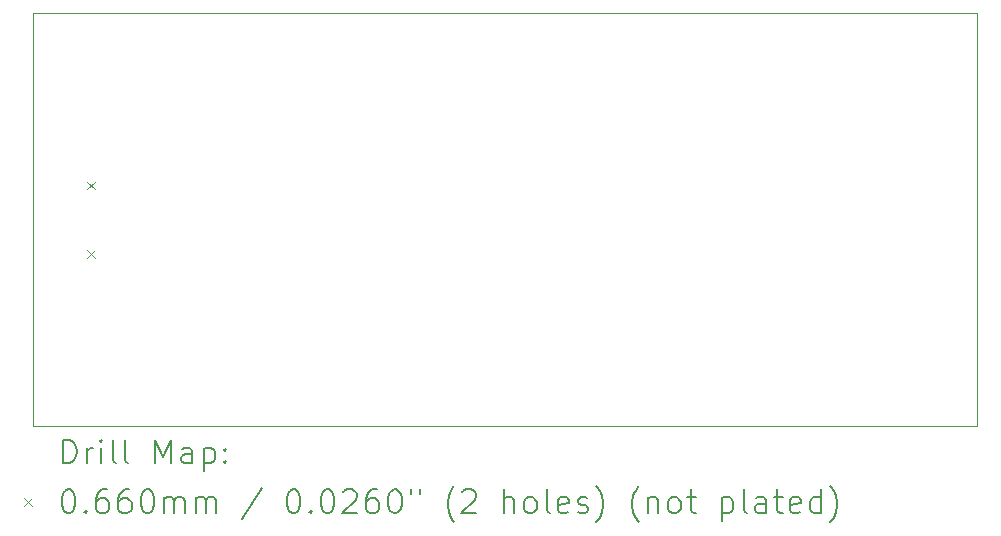
<source format=gbr>
%TF.GenerationSoftware,KiCad,Pcbnew,8.0.2*%
%TF.CreationDate,2024-06-21T01:26:22+01:00*%
%TF.ProjectId,ESP32S3_PCB_V1,45535033-3253-4335-9f50-43425f56312e,1*%
%TF.SameCoordinates,Original*%
%TF.FileFunction,Drillmap*%
%TF.FilePolarity,Positive*%
%FSLAX45Y45*%
G04 Gerber Fmt 4.5, Leading zero omitted, Abs format (unit mm)*
G04 Created by KiCad (PCBNEW 8.0.2) date 2024-06-21 01:26:22*
%MOMM*%
%LPD*%
G01*
G04 APERTURE LIST*
%ADD10C,0.050000*%
%ADD11C,0.200000*%
%ADD12C,0.100000*%
G04 APERTURE END LIST*
D10*
X11150000Y-7700000D02*
X19150000Y-7700000D01*
X19150000Y-11200000D01*
X11150000Y-11200000D01*
X11150000Y-7700000D01*
D11*
D12*
X11610760Y-9127980D02*
X11676800Y-9194020D01*
X11676800Y-9127980D02*
X11610760Y-9194020D01*
X11610760Y-9705980D02*
X11676800Y-9772020D01*
X11676800Y-9705980D02*
X11610760Y-9772020D01*
D11*
X11408277Y-11513984D02*
X11408277Y-11313984D01*
X11408277Y-11313984D02*
X11455896Y-11313984D01*
X11455896Y-11313984D02*
X11484467Y-11323508D01*
X11484467Y-11323508D02*
X11503515Y-11342555D01*
X11503515Y-11342555D02*
X11513039Y-11361603D01*
X11513039Y-11361603D02*
X11522562Y-11399698D01*
X11522562Y-11399698D02*
X11522562Y-11428269D01*
X11522562Y-11428269D02*
X11513039Y-11466365D01*
X11513039Y-11466365D02*
X11503515Y-11485412D01*
X11503515Y-11485412D02*
X11484467Y-11504460D01*
X11484467Y-11504460D02*
X11455896Y-11513984D01*
X11455896Y-11513984D02*
X11408277Y-11513984D01*
X11608277Y-11513984D02*
X11608277Y-11380650D01*
X11608277Y-11418746D02*
X11617801Y-11399698D01*
X11617801Y-11399698D02*
X11627324Y-11390174D01*
X11627324Y-11390174D02*
X11646372Y-11380650D01*
X11646372Y-11380650D02*
X11665420Y-11380650D01*
X11732086Y-11513984D02*
X11732086Y-11380650D01*
X11732086Y-11313984D02*
X11722562Y-11323508D01*
X11722562Y-11323508D02*
X11732086Y-11333031D01*
X11732086Y-11333031D02*
X11741610Y-11323508D01*
X11741610Y-11323508D02*
X11732086Y-11313984D01*
X11732086Y-11313984D02*
X11732086Y-11333031D01*
X11855896Y-11513984D02*
X11836848Y-11504460D01*
X11836848Y-11504460D02*
X11827324Y-11485412D01*
X11827324Y-11485412D02*
X11827324Y-11313984D01*
X11960658Y-11513984D02*
X11941610Y-11504460D01*
X11941610Y-11504460D02*
X11932086Y-11485412D01*
X11932086Y-11485412D02*
X11932086Y-11313984D01*
X12189229Y-11513984D02*
X12189229Y-11313984D01*
X12189229Y-11313984D02*
X12255896Y-11456841D01*
X12255896Y-11456841D02*
X12322562Y-11313984D01*
X12322562Y-11313984D02*
X12322562Y-11513984D01*
X12503515Y-11513984D02*
X12503515Y-11409222D01*
X12503515Y-11409222D02*
X12493991Y-11390174D01*
X12493991Y-11390174D02*
X12474943Y-11380650D01*
X12474943Y-11380650D02*
X12436848Y-11380650D01*
X12436848Y-11380650D02*
X12417801Y-11390174D01*
X12503515Y-11504460D02*
X12484467Y-11513984D01*
X12484467Y-11513984D02*
X12436848Y-11513984D01*
X12436848Y-11513984D02*
X12417801Y-11504460D01*
X12417801Y-11504460D02*
X12408277Y-11485412D01*
X12408277Y-11485412D02*
X12408277Y-11466365D01*
X12408277Y-11466365D02*
X12417801Y-11447317D01*
X12417801Y-11447317D02*
X12436848Y-11437793D01*
X12436848Y-11437793D02*
X12484467Y-11437793D01*
X12484467Y-11437793D02*
X12503515Y-11428269D01*
X12598753Y-11380650D02*
X12598753Y-11580650D01*
X12598753Y-11390174D02*
X12617801Y-11380650D01*
X12617801Y-11380650D02*
X12655896Y-11380650D01*
X12655896Y-11380650D02*
X12674943Y-11390174D01*
X12674943Y-11390174D02*
X12684467Y-11399698D01*
X12684467Y-11399698D02*
X12693991Y-11418746D01*
X12693991Y-11418746D02*
X12693991Y-11475888D01*
X12693991Y-11475888D02*
X12684467Y-11494936D01*
X12684467Y-11494936D02*
X12674943Y-11504460D01*
X12674943Y-11504460D02*
X12655896Y-11513984D01*
X12655896Y-11513984D02*
X12617801Y-11513984D01*
X12617801Y-11513984D02*
X12598753Y-11504460D01*
X12779705Y-11494936D02*
X12789229Y-11504460D01*
X12789229Y-11504460D02*
X12779705Y-11513984D01*
X12779705Y-11513984D02*
X12770182Y-11504460D01*
X12770182Y-11504460D02*
X12779705Y-11494936D01*
X12779705Y-11494936D02*
X12779705Y-11513984D01*
X12779705Y-11390174D02*
X12789229Y-11399698D01*
X12789229Y-11399698D02*
X12779705Y-11409222D01*
X12779705Y-11409222D02*
X12770182Y-11399698D01*
X12770182Y-11399698D02*
X12779705Y-11390174D01*
X12779705Y-11390174D02*
X12779705Y-11409222D01*
D12*
X11081460Y-11809480D02*
X11147500Y-11875520D01*
X11147500Y-11809480D02*
X11081460Y-11875520D01*
D11*
X11446372Y-11733984D02*
X11465420Y-11733984D01*
X11465420Y-11733984D02*
X11484467Y-11743508D01*
X11484467Y-11743508D02*
X11493991Y-11753031D01*
X11493991Y-11753031D02*
X11503515Y-11772079D01*
X11503515Y-11772079D02*
X11513039Y-11810174D01*
X11513039Y-11810174D02*
X11513039Y-11857793D01*
X11513039Y-11857793D02*
X11503515Y-11895888D01*
X11503515Y-11895888D02*
X11493991Y-11914936D01*
X11493991Y-11914936D02*
X11484467Y-11924460D01*
X11484467Y-11924460D02*
X11465420Y-11933984D01*
X11465420Y-11933984D02*
X11446372Y-11933984D01*
X11446372Y-11933984D02*
X11427324Y-11924460D01*
X11427324Y-11924460D02*
X11417801Y-11914936D01*
X11417801Y-11914936D02*
X11408277Y-11895888D01*
X11408277Y-11895888D02*
X11398753Y-11857793D01*
X11398753Y-11857793D02*
X11398753Y-11810174D01*
X11398753Y-11810174D02*
X11408277Y-11772079D01*
X11408277Y-11772079D02*
X11417801Y-11753031D01*
X11417801Y-11753031D02*
X11427324Y-11743508D01*
X11427324Y-11743508D02*
X11446372Y-11733984D01*
X11598753Y-11914936D02*
X11608277Y-11924460D01*
X11608277Y-11924460D02*
X11598753Y-11933984D01*
X11598753Y-11933984D02*
X11589229Y-11924460D01*
X11589229Y-11924460D02*
X11598753Y-11914936D01*
X11598753Y-11914936D02*
X11598753Y-11933984D01*
X11779705Y-11733984D02*
X11741610Y-11733984D01*
X11741610Y-11733984D02*
X11722562Y-11743508D01*
X11722562Y-11743508D02*
X11713039Y-11753031D01*
X11713039Y-11753031D02*
X11693991Y-11781603D01*
X11693991Y-11781603D02*
X11684467Y-11819698D01*
X11684467Y-11819698D02*
X11684467Y-11895888D01*
X11684467Y-11895888D02*
X11693991Y-11914936D01*
X11693991Y-11914936D02*
X11703515Y-11924460D01*
X11703515Y-11924460D02*
X11722562Y-11933984D01*
X11722562Y-11933984D02*
X11760658Y-11933984D01*
X11760658Y-11933984D02*
X11779705Y-11924460D01*
X11779705Y-11924460D02*
X11789229Y-11914936D01*
X11789229Y-11914936D02*
X11798753Y-11895888D01*
X11798753Y-11895888D02*
X11798753Y-11848269D01*
X11798753Y-11848269D02*
X11789229Y-11829222D01*
X11789229Y-11829222D02*
X11779705Y-11819698D01*
X11779705Y-11819698D02*
X11760658Y-11810174D01*
X11760658Y-11810174D02*
X11722562Y-11810174D01*
X11722562Y-11810174D02*
X11703515Y-11819698D01*
X11703515Y-11819698D02*
X11693991Y-11829222D01*
X11693991Y-11829222D02*
X11684467Y-11848269D01*
X11970182Y-11733984D02*
X11932086Y-11733984D01*
X11932086Y-11733984D02*
X11913039Y-11743508D01*
X11913039Y-11743508D02*
X11903515Y-11753031D01*
X11903515Y-11753031D02*
X11884467Y-11781603D01*
X11884467Y-11781603D02*
X11874943Y-11819698D01*
X11874943Y-11819698D02*
X11874943Y-11895888D01*
X11874943Y-11895888D02*
X11884467Y-11914936D01*
X11884467Y-11914936D02*
X11893991Y-11924460D01*
X11893991Y-11924460D02*
X11913039Y-11933984D01*
X11913039Y-11933984D02*
X11951134Y-11933984D01*
X11951134Y-11933984D02*
X11970182Y-11924460D01*
X11970182Y-11924460D02*
X11979705Y-11914936D01*
X11979705Y-11914936D02*
X11989229Y-11895888D01*
X11989229Y-11895888D02*
X11989229Y-11848269D01*
X11989229Y-11848269D02*
X11979705Y-11829222D01*
X11979705Y-11829222D02*
X11970182Y-11819698D01*
X11970182Y-11819698D02*
X11951134Y-11810174D01*
X11951134Y-11810174D02*
X11913039Y-11810174D01*
X11913039Y-11810174D02*
X11893991Y-11819698D01*
X11893991Y-11819698D02*
X11884467Y-11829222D01*
X11884467Y-11829222D02*
X11874943Y-11848269D01*
X12113039Y-11733984D02*
X12132086Y-11733984D01*
X12132086Y-11733984D02*
X12151134Y-11743508D01*
X12151134Y-11743508D02*
X12160658Y-11753031D01*
X12160658Y-11753031D02*
X12170182Y-11772079D01*
X12170182Y-11772079D02*
X12179705Y-11810174D01*
X12179705Y-11810174D02*
X12179705Y-11857793D01*
X12179705Y-11857793D02*
X12170182Y-11895888D01*
X12170182Y-11895888D02*
X12160658Y-11914936D01*
X12160658Y-11914936D02*
X12151134Y-11924460D01*
X12151134Y-11924460D02*
X12132086Y-11933984D01*
X12132086Y-11933984D02*
X12113039Y-11933984D01*
X12113039Y-11933984D02*
X12093991Y-11924460D01*
X12093991Y-11924460D02*
X12084467Y-11914936D01*
X12084467Y-11914936D02*
X12074943Y-11895888D01*
X12074943Y-11895888D02*
X12065420Y-11857793D01*
X12065420Y-11857793D02*
X12065420Y-11810174D01*
X12065420Y-11810174D02*
X12074943Y-11772079D01*
X12074943Y-11772079D02*
X12084467Y-11753031D01*
X12084467Y-11753031D02*
X12093991Y-11743508D01*
X12093991Y-11743508D02*
X12113039Y-11733984D01*
X12265420Y-11933984D02*
X12265420Y-11800650D01*
X12265420Y-11819698D02*
X12274943Y-11810174D01*
X12274943Y-11810174D02*
X12293991Y-11800650D01*
X12293991Y-11800650D02*
X12322563Y-11800650D01*
X12322563Y-11800650D02*
X12341610Y-11810174D01*
X12341610Y-11810174D02*
X12351134Y-11829222D01*
X12351134Y-11829222D02*
X12351134Y-11933984D01*
X12351134Y-11829222D02*
X12360658Y-11810174D01*
X12360658Y-11810174D02*
X12379705Y-11800650D01*
X12379705Y-11800650D02*
X12408277Y-11800650D01*
X12408277Y-11800650D02*
X12427324Y-11810174D01*
X12427324Y-11810174D02*
X12436848Y-11829222D01*
X12436848Y-11829222D02*
X12436848Y-11933984D01*
X12532086Y-11933984D02*
X12532086Y-11800650D01*
X12532086Y-11819698D02*
X12541610Y-11810174D01*
X12541610Y-11810174D02*
X12560658Y-11800650D01*
X12560658Y-11800650D02*
X12589229Y-11800650D01*
X12589229Y-11800650D02*
X12608277Y-11810174D01*
X12608277Y-11810174D02*
X12617801Y-11829222D01*
X12617801Y-11829222D02*
X12617801Y-11933984D01*
X12617801Y-11829222D02*
X12627324Y-11810174D01*
X12627324Y-11810174D02*
X12646372Y-11800650D01*
X12646372Y-11800650D02*
X12674943Y-11800650D01*
X12674943Y-11800650D02*
X12693991Y-11810174D01*
X12693991Y-11810174D02*
X12703515Y-11829222D01*
X12703515Y-11829222D02*
X12703515Y-11933984D01*
X13093991Y-11724460D02*
X12922563Y-11981603D01*
X13351134Y-11733984D02*
X13370182Y-11733984D01*
X13370182Y-11733984D02*
X13389229Y-11743508D01*
X13389229Y-11743508D02*
X13398753Y-11753031D01*
X13398753Y-11753031D02*
X13408277Y-11772079D01*
X13408277Y-11772079D02*
X13417801Y-11810174D01*
X13417801Y-11810174D02*
X13417801Y-11857793D01*
X13417801Y-11857793D02*
X13408277Y-11895888D01*
X13408277Y-11895888D02*
X13398753Y-11914936D01*
X13398753Y-11914936D02*
X13389229Y-11924460D01*
X13389229Y-11924460D02*
X13370182Y-11933984D01*
X13370182Y-11933984D02*
X13351134Y-11933984D01*
X13351134Y-11933984D02*
X13332086Y-11924460D01*
X13332086Y-11924460D02*
X13322563Y-11914936D01*
X13322563Y-11914936D02*
X13313039Y-11895888D01*
X13313039Y-11895888D02*
X13303515Y-11857793D01*
X13303515Y-11857793D02*
X13303515Y-11810174D01*
X13303515Y-11810174D02*
X13313039Y-11772079D01*
X13313039Y-11772079D02*
X13322563Y-11753031D01*
X13322563Y-11753031D02*
X13332086Y-11743508D01*
X13332086Y-11743508D02*
X13351134Y-11733984D01*
X13503515Y-11914936D02*
X13513039Y-11924460D01*
X13513039Y-11924460D02*
X13503515Y-11933984D01*
X13503515Y-11933984D02*
X13493991Y-11924460D01*
X13493991Y-11924460D02*
X13503515Y-11914936D01*
X13503515Y-11914936D02*
X13503515Y-11933984D01*
X13636848Y-11733984D02*
X13655896Y-11733984D01*
X13655896Y-11733984D02*
X13674944Y-11743508D01*
X13674944Y-11743508D02*
X13684467Y-11753031D01*
X13684467Y-11753031D02*
X13693991Y-11772079D01*
X13693991Y-11772079D02*
X13703515Y-11810174D01*
X13703515Y-11810174D02*
X13703515Y-11857793D01*
X13703515Y-11857793D02*
X13693991Y-11895888D01*
X13693991Y-11895888D02*
X13684467Y-11914936D01*
X13684467Y-11914936D02*
X13674944Y-11924460D01*
X13674944Y-11924460D02*
X13655896Y-11933984D01*
X13655896Y-11933984D02*
X13636848Y-11933984D01*
X13636848Y-11933984D02*
X13617801Y-11924460D01*
X13617801Y-11924460D02*
X13608277Y-11914936D01*
X13608277Y-11914936D02*
X13598753Y-11895888D01*
X13598753Y-11895888D02*
X13589229Y-11857793D01*
X13589229Y-11857793D02*
X13589229Y-11810174D01*
X13589229Y-11810174D02*
X13598753Y-11772079D01*
X13598753Y-11772079D02*
X13608277Y-11753031D01*
X13608277Y-11753031D02*
X13617801Y-11743508D01*
X13617801Y-11743508D02*
X13636848Y-11733984D01*
X13779706Y-11753031D02*
X13789229Y-11743508D01*
X13789229Y-11743508D02*
X13808277Y-11733984D01*
X13808277Y-11733984D02*
X13855896Y-11733984D01*
X13855896Y-11733984D02*
X13874944Y-11743508D01*
X13874944Y-11743508D02*
X13884467Y-11753031D01*
X13884467Y-11753031D02*
X13893991Y-11772079D01*
X13893991Y-11772079D02*
X13893991Y-11791127D01*
X13893991Y-11791127D02*
X13884467Y-11819698D01*
X13884467Y-11819698D02*
X13770182Y-11933984D01*
X13770182Y-11933984D02*
X13893991Y-11933984D01*
X14065420Y-11733984D02*
X14027325Y-11733984D01*
X14027325Y-11733984D02*
X14008277Y-11743508D01*
X14008277Y-11743508D02*
X13998753Y-11753031D01*
X13998753Y-11753031D02*
X13979706Y-11781603D01*
X13979706Y-11781603D02*
X13970182Y-11819698D01*
X13970182Y-11819698D02*
X13970182Y-11895888D01*
X13970182Y-11895888D02*
X13979706Y-11914936D01*
X13979706Y-11914936D02*
X13989229Y-11924460D01*
X13989229Y-11924460D02*
X14008277Y-11933984D01*
X14008277Y-11933984D02*
X14046372Y-11933984D01*
X14046372Y-11933984D02*
X14065420Y-11924460D01*
X14065420Y-11924460D02*
X14074944Y-11914936D01*
X14074944Y-11914936D02*
X14084467Y-11895888D01*
X14084467Y-11895888D02*
X14084467Y-11848269D01*
X14084467Y-11848269D02*
X14074944Y-11829222D01*
X14074944Y-11829222D02*
X14065420Y-11819698D01*
X14065420Y-11819698D02*
X14046372Y-11810174D01*
X14046372Y-11810174D02*
X14008277Y-11810174D01*
X14008277Y-11810174D02*
X13989229Y-11819698D01*
X13989229Y-11819698D02*
X13979706Y-11829222D01*
X13979706Y-11829222D02*
X13970182Y-11848269D01*
X14208277Y-11733984D02*
X14227325Y-11733984D01*
X14227325Y-11733984D02*
X14246372Y-11743508D01*
X14246372Y-11743508D02*
X14255896Y-11753031D01*
X14255896Y-11753031D02*
X14265420Y-11772079D01*
X14265420Y-11772079D02*
X14274944Y-11810174D01*
X14274944Y-11810174D02*
X14274944Y-11857793D01*
X14274944Y-11857793D02*
X14265420Y-11895888D01*
X14265420Y-11895888D02*
X14255896Y-11914936D01*
X14255896Y-11914936D02*
X14246372Y-11924460D01*
X14246372Y-11924460D02*
X14227325Y-11933984D01*
X14227325Y-11933984D02*
X14208277Y-11933984D01*
X14208277Y-11933984D02*
X14189229Y-11924460D01*
X14189229Y-11924460D02*
X14179706Y-11914936D01*
X14179706Y-11914936D02*
X14170182Y-11895888D01*
X14170182Y-11895888D02*
X14160658Y-11857793D01*
X14160658Y-11857793D02*
X14160658Y-11810174D01*
X14160658Y-11810174D02*
X14170182Y-11772079D01*
X14170182Y-11772079D02*
X14179706Y-11753031D01*
X14179706Y-11753031D02*
X14189229Y-11743508D01*
X14189229Y-11743508D02*
X14208277Y-11733984D01*
X14351134Y-11733984D02*
X14351134Y-11772079D01*
X14427325Y-11733984D02*
X14427325Y-11772079D01*
X14722563Y-12010174D02*
X14713039Y-12000650D01*
X14713039Y-12000650D02*
X14693991Y-11972079D01*
X14693991Y-11972079D02*
X14684468Y-11953031D01*
X14684468Y-11953031D02*
X14674944Y-11924460D01*
X14674944Y-11924460D02*
X14665420Y-11876841D01*
X14665420Y-11876841D02*
X14665420Y-11838746D01*
X14665420Y-11838746D02*
X14674944Y-11791127D01*
X14674944Y-11791127D02*
X14684468Y-11762555D01*
X14684468Y-11762555D02*
X14693991Y-11743508D01*
X14693991Y-11743508D02*
X14713039Y-11714936D01*
X14713039Y-11714936D02*
X14722563Y-11705412D01*
X14789229Y-11753031D02*
X14798753Y-11743508D01*
X14798753Y-11743508D02*
X14817801Y-11733984D01*
X14817801Y-11733984D02*
X14865420Y-11733984D01*
X14865420Y-11733984D02*
X14884468Y-11743508D01*
X14884468Y-11743508D02*
X14893991Y-11753031D01*
X14893991Y-11753031D02*
X14903515Y-11772079D01*
X14903515Y-11772079D02*
X14903515Y-11791127D01*
X14903515Y-11791127D02*
X14893991Y-11819698D01*
X14893991Y-11819698D02*
X14779706Y-11933984D01*
X14779706Y-11933984D02*
X14903515Y-11933984D01*
X15141610Y-11933984D02*
X15141610Y-11733984D01*
X15227325Y-11933984D02*
X15227325Y-11829222D01*
X15227325Y-11829222D02*
X15217801Y-11810174D01*
X15217801Y-11810174D02*
X15198753Y-11800650D01*
X15198753Y-11800650D02*
X15170182Y-11800650D01*
X15170182Y-11800650D02*
X15151134Y-11810174D01*
X15151134Y-11810174D02*
X15141610Y-11819698D01*
X15351134Y-11933984D02*
X15332087Y-11924460D01*
X15332087Y-11924460D02*
X15322563Y-11914936D01*
X15322563Y-11914936D02*
X15313039Y-11895888D01*
X15313039Y-11895888D02*
X15313039Y-11838746D01*
X15313039Y-11838746D02*
X15322563Y-11819698D01*
X15322563Y-11819698D02*
X15332087Y-11810174D01*
X15332087Y-11810174D02*
X15351134Y-11800650D01*
X15351134Y-11800650D02*
X15379706Y-11800650D01*
X15379706Y-11800650D02*
X15398753Y-11810174D01*
X15398753Y-11810174D02*
X15408277Y-11819698D01*
X15408277Y-11819698D02*
X15417801Y-11838746D01*
X15417801Y-11838746D02*
X15417801Y-11895888D01*
X15417801Y-11895888D02*
X15408277Y-11914936D01*
X15408277Y-11914936D02*
X15398753Y-11924460D01*
X15398753Y-11924460D02*
X15379706Y-11933984D01*
X15379706Y-11933984D02*
X15351134Y-11933984D01*
X15532087Y-11933984D02*
X15513039Y-11924460D01*
X15513039Y-11924460D02*
X15503515Y-11905412D01*
X15503515Y-11905412D02*
X15503515Y-11733984D01*
X15684468Y-11924460D02*
X15665420Y-11933984D01*
X15665420Y-11933984D02*
X15627325Y-11933984D01*
X15627325Y-11933984D02*
X15608277Y-11924460D01*
X15608277Y-11924460D02*
X15598753Y-11905412D01*
X15598753Y-11905412D02*
X15598753Y-11829222D01*
X15598753Y-11829222D02*
X15608277Y-11810174D01*
X15608277Y-11810174D02*
X15627325Y-11800650D01*
X15627325Y-11800650D02*
X15665420Y-11800650D01*
X15665420Y-11800650D02*
X15684468Y-11810174D01*
X15684468Y-11810174D02*
X15693991Y-11829222D01*
X15693991Y-11829222D02*
X15693991Y-11848269D01*
X15693991Y-11848269D02*
X15598753Y-11867317D01*
X15770182Y-11924460D02*
X15789230Y-11933984D01*
X15789230Y-11933984D02*
X15827325Y-11933984D01*
X15827325Y-11933984D02*
X15846372Y-11924460D01*
X15846372Y-11924460D02*
X15855896Y-11905412D01*
X15855896Y-11905412D02*
X15855896Y-11895888D01*
X15855896Y-11895888D02*
X15846372Y-11876841D01*
X15846372Y-11876841D02*
X15827325Y-11867317D01*
X15827325Y-11867317D02*
X15798753Y-11867317D01*
X15798753Y-11867317D02*
X15779706Y-11857793D01*
X15779706Y-11857793D02*
X15770182Y-11838746D01*
X15770182Y-11838746D02*
X15770182Y-11829222D01*
X15770182Y-11829222D02*
X15779706Y-11810174D01*
X15779706Y-11810174D02*
X15798753Y-11800650D01*
X15798753Y-11800650D02*
X15827325Y-11800650D01*
X15827325Y-11800650D02*
X15846372Y-11810174D01*
X15922563Y-12010174D02*
X15932087Y-12000650D01*
X15932087Y-12000650D02*
X15951134Y-11972079D01*
X15951134Y-11972079D02*
X15960658Y-11953031D01*
X15960658Y-11953031D02*
X15970182Y-11924460D01*
X15970182Y-11924460D02*
X15979706Y-11876841D01*
X15979706Y-11876841D02*
X15979706Y-11838746D01*
X15979706Y-11838746D02*
X15970182Y-11791127D01*
X15970182Y-11791127D02*
X15960658Y-11762555D01*
X15960658Y-11762555D02*
X15951134Y-11743508D01*
X15951134Y-11743508D02*
X15932087Y-11714936D01*
X15932087Y-11714936D02*
X15922563Y-11705412D01*
X16284468Y-12010174D02*
X16274944Y-12000650D01*
X16274944Y-12000650D02*
X16255896Y-11972079D01*
X16255896Y-11972079D02*
X16246372Y-11953031D01*
X16246372Y-11953031D02*
X16236849Y-11924460D01*
X16236849Y-11924460D02*
X16227325Y-11876841D01*
X16227325Y-11876841D02*
X16227325Y-11838746D01*
X16227325Y-11838746D02*
X16236849Y-11791127D01*
X16236849Y-11791127D02*
X16246372Y-11762555D01*
X16246372Y-11762555D02*
X16255896Y-11743508D01*
X16255896Y-11743508D02*
X16274944Y-11714936D01*
X16274944Y-11714936D02*
X16284468Y-11705412D01*
X16360658Y-11800650D02*
X16360658Y-11933984D01*
X16360658Y-11819698D02*
X16370182Y-11810174D01*
X16370182Y-11810174D02*
X16389230Y-11800650D01*
X16389230Y-11800650D02*
X16417801Y-11800650D01*
X16417801Y-11800650D02*
X16436849Y-11810174D01*
X16436849Y-11810174D02*
X16446372Y-11829222D01*
X16446372Y-11829222D02*
X16446372Y-11933984D01*
X16570182Y-11933984D02*
X16551134Y-11924460D01*
X16551134Y-11924460D02*
X16541611Y-11914936D01*
X16541611Y-11914936D02*
X16532087Y-11895888D01*
X16532087Y-11895888D02*
X16532087Y-11838746D01*
X16532087Y-11838746D02*
X16541611Y-11819698D01*
X16541611Y-11819698D02*
X16551134Y-11810174D01*
X16551134Y-11810174D02*
X16570182Y-11800650D01*
X16570182Y-11800650D02*
X16598753Y-11800650D01*
X16598753Y-11800650D02*
X16617801Y-11810174D01*
X16617801Y-11810174D02*
X16627325Y-11819698D01*
X16627325Y-11819698D02*
X16636849Y-11838746D01*
X16636849Y-11838746D02*
X16636849Y-11895888D01*
X16636849Y-11895888D02*
X16627325Y-11914936D01*
X16627325Y-11914936D02*
X16617801Y-11924460D01*
X16617801Y-11924460D02*
X16598753Y-11933984D01*
X16598753Y-11933984D02*
X16570182Y-11933984D01*
X16693992Y-11800650D02*
X16770182Y-11800650D01*
X16722563Y-11733984D02*
X16722563Y-11905412D01*
X16722563Y-11905412D02*
X16732087Y-11924460D01*
X16732087Y-11924460D02*
X16751134Y-11933984D01*
X16751134Y-11933984D02*
X16770182Y-11933984D01*
X16989230Y-11800650D02*
X16989230Y-12000650D01*
X16989230Y-11810174D02*
X17008277Y-11800650D01*
X17008277Y-11800650D02*
X17046373Y-11800650D01*
X17046373Y-11800650D02*
X17065420Y-11810174D01*
X17065420Y-11810174D02*
X17074944Y-11819698D01*
X17074944Y-11819698D02*
X17084468Y-11838746D01*
X17084468Y-11838746D02*
X17084468Y-11895888D01*
X17084468Y-11895888D02*
X17074944Y-11914936D01*
X17074944Y-11914936D02*
X17065420Y-11924460D01*
X17065420Y-11924460D02*
X17046373Y-11933984D01*
X17046373Y-11933984D02*
X17008277Y-11933984D01*
X17008277Y-11933984D02*
X16989230Y-11924460D01*
X17198754Y-11933984D02*
X17179706Y-11924460D01*
X17179706Y-11924460D02*
X17170182Y-11905412D01*
X17170182Y-11905412D02*
X17170182Y-11733984D01*
X17360658Y-11933984D02*
X17360658Y-11829222D01*
X17360658Y-11829222D02*
X17351135Y-11810174D01*
X17351135Y-11810174D02*
X17332087Y-11800650D01*
X17332087Y-11800650D02*
X17293992Y-11800650D01*
X17293992Y-11800650D02*
X17274944Y-11810174D01*
X17360658Y-11924460D02*
X17341611Y-11933984D01*
X17341611Y-11933984D02*
X17293992Y-11933984D01*
X17293992Y-11933984D02*
X17274944Y-11924460D01*
X17274944Y-11924460D02*
X17265420Y-11905412D01*
X17265420Y-11905412D02*
X17265420Y-11886365D01*
X17265420Y-11886365D02*
X17274944Y-11867317D01*
X17274944Y-11867317D02*
X17293992Y-11857793D01*
X17293992Y-11857793D02*
X17341611Y-11857793D01*
X17341611Y-11857793D02*
X17360658Y-11848269D01*
X17427325Y-11800650D02*
X17503515Y-11800650D01*
X17455896Y-11733984D02*
X17455896Y-11905412D01*
X17455896Y-11905412D02*
X17465420Y-11924460D01*
X17465420Y-11924460D02*
X17484468Y-11933984D01*
X17484468Y-11933984D02*
X17503515Y-11933984D01*
X17646373Y-11924460D02*
X17627325Y-11933984D01*
X17627325Y-11933984D02*
X17589230Y-11933984D01*
X17589230Y-11933984D02*
X17570182Y-11924460D01*
X17570182Y-11924460D02*
X17560658Y-11905412D01*
X17560658Y-11905412D02*
X17560658Y-11829222D01*
X17560658Y-11829222D02*
X17570182Y-11810174D01*
X17570182Y-11810174D02*
X17589230Y-11800650D01*
X17589230Y-11800650D02*
X17627325Y-11800650D01*
X17627325Y-11800650D02*
X17646373Y-11810174D01*
X17646373Y-11810174D02*
X17655896Y-11829222D01*
X17655896Y-11829222D02*
X17655896Y-11848269D01*
X17655896Y-11848269D02*
X17560658Y-11867317D01*
X17827325Y-11933984D02*
X17827325Y-11733984D01*
X17827325Y-11924460D02*
X17808277Y-11933984D01*
X17808277Y-11933984D02*
X17770182Y-11933984D01*
X17770182Y-11933984D02*
X17751135Y-11924460D01*
X17751135Y-11924460D02*
X17741611Y-11914936D01*
X17741611Y-11914936D02*
X17732087Y-11895888D01*
X17732087Y-11895888D02*
X17732087Y-11838746D01*
X17732087Y-11838746D02*
X17741611Y-11819698D01*
X17741611Y-11819698D02*
X17751135Y-11810174D01*
X17751135Y-11810174D02*
X17770182Y-11800650D01*
X17770182Y-11800650D02*
X17808277Y-11800650D01*
X17808277Y-11800650D02*
X17827325Y-11810174D01*
X17903516Y-12010174D02*
X17913039Y-12000650D01*
X17913039Y-12000650D02*
X17932087Y-11972079D01*
X17932087Y-11972079D02*
X17941611Y-11953031D01*
X17941611Y-11953031D02*
X17951135Y-11924460D01*
X17951135Y-11924460D02*
X17960658Y-11876841D01*
X17960658Y-11876841D02*
X17960658Y-11838746D01*
X17960658Y-11838746D02*
X17951135Y-11791127D01*
X17951135Y-11791127D02*
X17941611Y-11762555D01*
X17941611Y-11762555D02*
X17932087Y-11743508D01*
X17932087Y-11743508D02*
X17913039Y-11714936D01*
X17913039Y-11714936D02*
X17903516Y-11705412D01*
M02*

</source>
